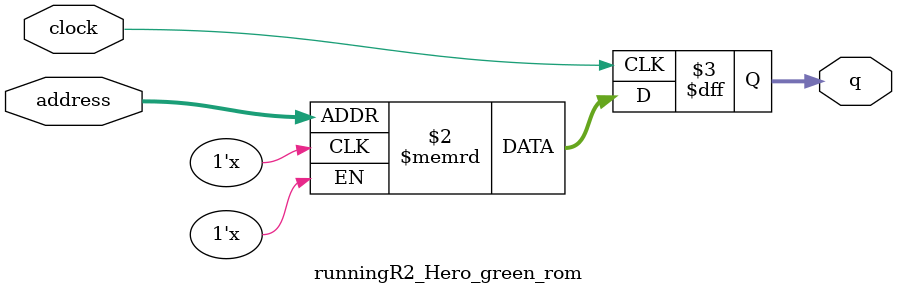
<source format=sv>
module runningR2_Hero_green_rom (
	input logic clock,
	input logic [11:0] address,
	output logic [2:0] q
);

logic [2:0] memory [0:2639] /* synthesis ram_init_file = "./runningR2_Hero_green/runningR2_Hero_green.mif" */;

always_ff @ (posedge clock) begin
	q <= memory[address];
end

endmodule

</source>
